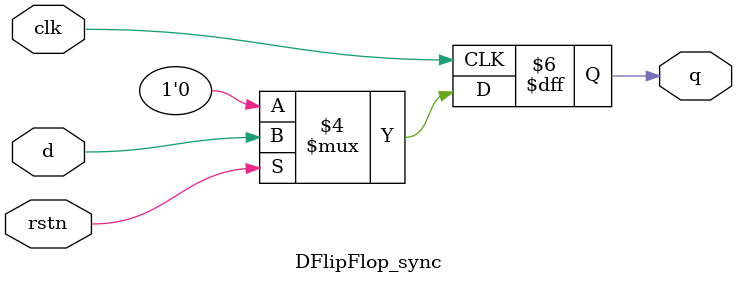
<source format=v>
`timescale 1ns / 1ps


module DFlipFlop_sync(d, rstn, clk, q);
input d, rstn, clk;
output reg q;

    always @ (posedge clk)
        if (!rstn)
            q <= 0;
        else
            q <= d;
endmodule

</source>
